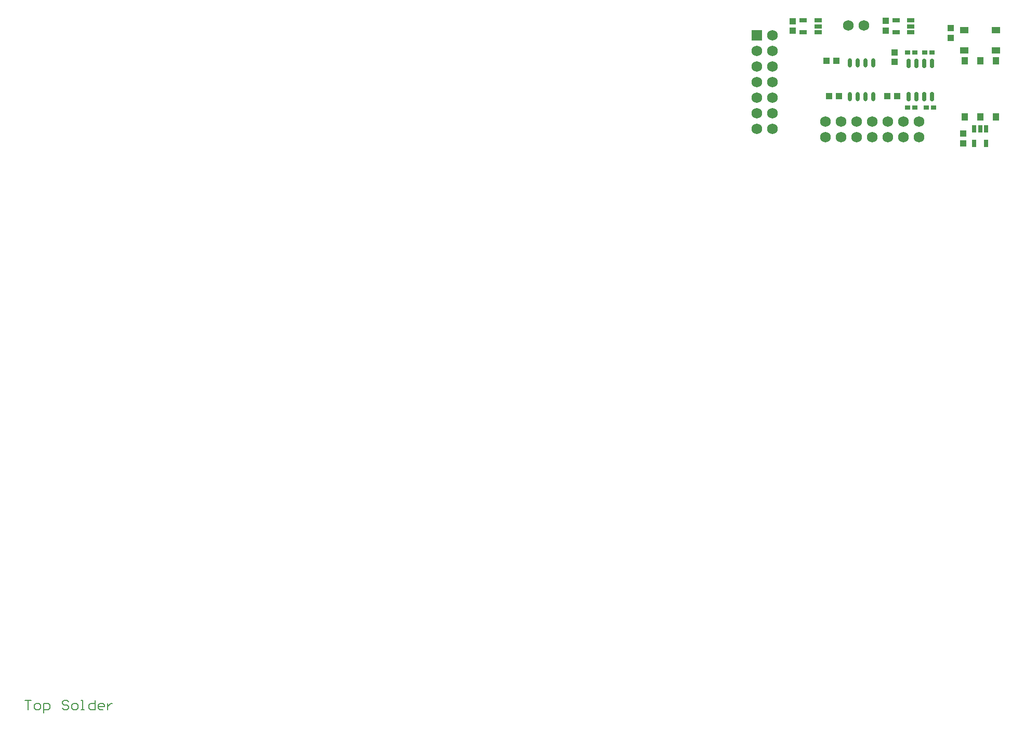
<source format=gts>
%FSLAX25Y25*%
%MOIN*%
G70*
G01*
G75*
G04 Layer_Color=8388736*
%ADD10R,0.04803X0.03602*%
%ADD11R,0.03740X0.03937*%
%ADD12R,0.03937X0.03740*%
%ADD13O,0.02362X0.05500*%
%ADD14O,0.02362X0.05709*%
%ADD15R,0.04331X0.02559*%
%ADD16R,0.02559X0.04331*%
%ADD17R,0.03800X0.04400*%
%ADD18R,0.03150X0.02362*%
%ADD19C,0.01000*%
%ADD20C,0.02000*%
%ADD21C,0.00800*%
%ADD22C,0.05906*%
%ADD23R,0.05906X0.05906*%
%ADD24C,0.03400*%
%ADD25C,0.00787*%
%ADD26C,0.00700*%
%ADD27C,0.00200*%
%ADD28C,0.00050*%
%ADD29C,0.00500*%
%ADD30R,0.09200X0.02000*%
%ADD31R,0.05203X0.04002*%
%ADD32R,0.04140X0.04337*%
%ADD33R,0.04337X0.04140*%
%ADD34O,0.02762X0.05900*%
%ADD35O,0.02762X0.06109*%
%ADD36R,0.04731X0.02959*%
%ADD37R,0.02959X0.04731*%
%ADD38R,0.04200X0.04800*%
%ADD39R,0.03550X0.02762*%
%ADD40C,0.06906*%
%ADD41R,0.06906X0.06906*%
D21*
X-443410Y-348755D02*
X-439411D01*
X-441410D01*
Y-354753D01*
X-436412D02*
X-434413D01*
X-433413Y-353754D01*
Y-351754D01*
X-434413Y-350755D01*
X-436412D01*
X-437412Y-351754D01*
Y-353754D01*
X-436412Y-354753D01*
X-431414Y-356753D02*
Y-350755D01*
X-428415D01*
X-427415Y-351754D01*
Y-353754D01*
X-428415Y-354753D01*
X-431414D01*
X-415419Y-349755D02*
X-416419Y-348755D01*
X-418418D01*
X-419418Y-349755D01*
Y-350755D01*
X-418418Y-351754D01*
X-416419D01*
X-415419Y-352754D01*
Y-353754D01*
X-416419Y-354753D01*
X-418418D01*
X-419418Y-353754D01*
X-412420Y-354753D02*
X-410421D01*
X-409421Y-353754D01*
Y-351754D01*
X-410421Y-350755D01*
X-412420D01*
X-413419Y-351754D01*
Y-353754D01*
X-412420Y-354753D01*
X-407421D02*
X-405422D01*
X-406422D01*
Y-348755D01*
X-407421D01*
X-398424D02*
Y-354753D01*
X-401423D01*
X-402423Y-353754D01*
Y-351754D01*
X-401423Y-350755D01*
X-398424D01*
X-393426Y-354753D02*
X-395425D01*
X-396425Y-353754D01*
Y-351754D01*
X-395425Y-350755D01*
X-393426D01*
X-392426Y-351754D01*
Y-352754D01*
X-396425D01*
X-390427Y-350755D02*
Y-354753D01*
Y-352754D01*
X-389427Y-351754D01*
X-388428Y-350755D01*
X-387428D01*
X-443410Y-348755D02*
X-439411D01*
X-441410D01*
Y-354753D01*
X-436412D02*
X-434413D01*
X-433413Y-353754D01*
Y-351754D01*
X-434413Y-350755D01*
X-436412D01*
X-437412Y-351754D01*
Y-353754D01*
X-436412Y-354753D01*
X-431414Y-356753D02*
Y-350755D01*
X-428415D01*
X-427415Y-351754D01*
Y-353754D01*
X-428415Y-354753D01*
X-431414D01*
X-415419Y-349755D02*
X-416419Y-348755D01*
X-418418D01*
X-419418Y-349755D01*
Y-350755D01*
X-418418Y-351754D01*
X-416419D01*
X-415419Y-352754D01*
Y-353754D01*
X-416419Y-354753D01*
X-418418D01*
X-419418Y-353754D01*
X-412420Y-354753D02*
X-410421D01*
X-409421Y-353754D01*
Y-351754D01*
X-410421Y-350755D01*
X-412420D01*
X-413419Y-351754D01*
Y-353754D01*
X-412420Y-354753D01*
X-407421D02*
X-405422D01*
X-406422D01*
Y-348755D01*
X-407421D01*
X-398424D02*
Y-354753D01*
X-401423D01*
X-402423Y-353754D01*
Y-351754D01*
X-401423Y-350755D01*
X-398424D01*
X-393426Y-354753D02*
X-395425D01*
X-396425Y-353754D01*
Y-351754D01*
X-395425Y-350755D01*
X-393426D01*
X-392426Y-351754D01*
Y-352754D01*
X-396425D01*
X-390427Y-350755D02*
Y-354753D01*
Y-352754D01*
X-389427Y-351754D01*
X-388428Y-350755D01*
X-387428D01*
D31*
X179200Y81247D02*
D03*
Y68353D02*
D03*
X159000Y81247D02*
D03*
Y68353D02*
D03*
D32*
X108700Y87449D02*
D03*
Y81150D02*
D03*
X49000Y87149D02*
D03*
Y80850D02*
D03*
X150200Y76351D02*
D03*
Y82650D02*
D03*
X158300Y8651D02*
D03*
Y14950D02*
D03*
X114300Y67150D02*
D03*
Y60851D02*
D03*
D33*
X76750Y61800D02*
D03*
X70450D02*
D03*
X115750Y38900D02*
D03*
X109450D02*
D03*
X72350Y39100D02*
D03*
X78650D02*
D03*
D34*
X100400Y60250D02*
D03*
X95400D02*
D03*
X90400D02*
D03*
X85400D02*
D03*
X100400Y38550D02*
D03*
X95400D02*
D03*
X90400D02*
D03*
X85400D02*
D03*
D35*
X138100Y60128D02*
D03*
X133100D02*
D03*
X128100D02*
D03*
X123100D02*
D03*
X138100Y38672D02*
D03*
X133100D02*
D03*
X128100D02*
D03*
X123100D02*
D03*
D36*
X115076Y80060D02*
D03*
Y87540D02*
D03*
X124525Y80060D02*
D03*
Y87540D02*
D03*
Y83800D02*
D03*
X55676Y80060D02*
D03*
Y87540D02*
D03*
X65125Y80060D02*
D03*
Y87540D02*
D03*
Y83800D02*
D03*
D37*
X172840Y18025D02*
D03*
Y8576D02*
D03*
X169100Y18025D02*
D03*
X165360D02*
D03*
Y8576D02*
D03*
D38*
X179200Y61800D02*
D03*
X169200D02*
D03*
X179200Y25800D02*
D03*
X169200D02*
D03*
X159200Y61800D02*
D03*
Y25800D02*
D03*
D39*
X133638Y67100D02*
D03*
X138362D02*
D03*
X127362Y31800D02*
D03*
X122638D02*
D03*
X139262D02*
D03*
X134538D02*
D03*
X127362Y67100D02*
D03*
X122638D02*
D03*
D40*
X130000Y22800D02*
D03*
Y12800D02*
D03*
X120000Y22800D02*
D03*
Y12800D02*
D03*
X110000Y22800D02*
D03*
Y12800D02*
D03*
X100000Y22800D02*
D03*
Y12800D02*
D03*
X90000Y22800D02*
D03*
Y12800D02*
D03*
X80000Y22800D02*
D03*
Y12800D02*
D03*
X70000Y22800D02*
D03*
Y12800D02*
D03*
X84600Y84300D02*
D03*
X94600D02*
D03*
X35890Y78095D02*
D03*
X25890Y68095D02*
D03*
X35890D02*
D03*
X25890Y58095D02*
D03*
X35890D02*
D03*
X25890Y48095D02*
D03*
X35890D02*
D03*
X25890Y38095D02*
D03*
X35890D02*
D03*
X25890Y28095D02*
D03*
X35890D02*
D03*
X25890Y18095D02*
D03*
X35890D02*
D03*
D41*
X25890Y78095D02*
D03*
M02*

</source>
